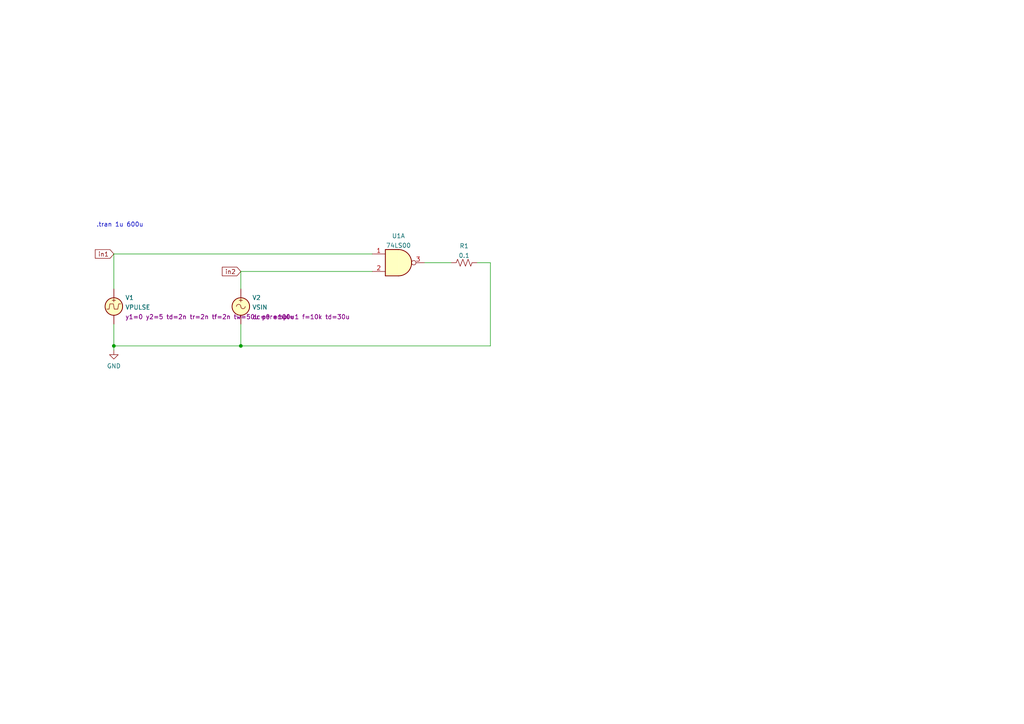
<source format=kicad_sch>
(kicad_sch (version 20211123) (generator eeschema)
  (paper "A4")
  (lib_symbols
    (symbol "74xx:74LS00" (pin_names (offset 1.016))
      (property "Reference" "U" (at 0 1.27 0))
      (property "Value" "74LS00" (at 0 -1.27 0))
      (symbol "74LS00_1_1"
        (arc (start 0 -3.81) (mid 3.81 0) (end 0 3.81) (stroke (width 0.254)) (fill (type background)))
        (polyline (pts (xy 0 3.81) (xy -3.81 3.81) (xy -3.81 -3.81) (xy 0 -3.81)) (stroke (width 0.254)) (fill (type background)))
        (pin input line (at -7.62 2.54 0) (length 3.81) (name "~") (number "1"))
        (pin input line (at -7.62 -2.54 0) (length 3.81) (name "~") (number "2"))
        (pin output inverted (at 7.62 0 180) (length 3.81) (name "~") (number "3"))
      )
      (symbol "74LS00_1_2"
        (arc (start -3.81 -3.81) (mid -2.589 0) (end -3.81 3.81) (stroke (width 0.254)))
        (arc (start -0.6096 -3.81) (mid 2.1855 -2.584) (end 3.81 0) (stroke (width 0.254)) (fill (type background)))
        (polyline (pts (xy -3.81 -3.81) (xy -0.635 -3.81)) (stroke (width 0.254)) (fill (type background)))
        (polyline (pts (xy -3.81 3.81) (xy -0.635 3.81)) (stroke (width 0.254)) (fill (type background)))
        (polyline (pts (xy -0.635 3.81) (xy -3.81 3.81) (xy -3.81 3.81) (xy -3.556 3.4036) (xy -3.0226 2.2606) (xy -2.6924 1.0414) (xy -2.6162 -0.254) (xy -2.7686 -1.4986) (xy -3.175 -2.7178) (xy -3.81 -3.81) (xy -3.81 -3.81) (xy -0.635 -3.81)) (stroke (width -25.4)) (fill (type background)))
        (arc (start 3.81 0) (mid 2.1928 2.5925) (end -0.6096 3.81) (stroke (width 0.254)) (fill (type background)))
        (pin input inverted (at -7.62 2.54 0) (length 4.318) (name "~") (number "1"))
        (pin input inverted (at -7.62 -2.54 0) (length 4.318) (name "~") (number "2"))
        (pin output line (at 7.62 0 180) (length 3.81) (name "~") (number "3"))
      )
      (symbol "74LS00_2_1"
        (arc (start 0 -3.81) (mid 3.81 0) (end 0 3.81) (stroke (width 0.254)) (fill (type background)))
        (polyline (pts (xy 0 3.81) (xy -3.81 3.81) (xy -3.81 -3.81) (xy 0 -3.81)) (stroke (width 0.254)) (fill (type background)))
        (pin input line (at -7.62 2.54 0) (length 3.81) (name "~") (number "4"))
        (pin input line (at -7.62 -2.54 0) (length 3.81) (name "~") (number "5"))
        (pin output inverted (at 7.62 0 180) (length 3.81) (name "~") (number "6"))
      )
      (symbol "74LS00_2_2"
        (arc (start -3.81 -3.81) (mid -2.589 0) (end -3.81 3.81) (stroke (width 0.254)))
        (arc (start -0.6096 -3.81) (mid 2.1855 -2.584) (end 3.81 0) (stroke (width 0.254)) (fill (type background)))
        (polyline (pts (xy -3.81 -3.81) (xy -0.635 -3.81)) (stroke (width 0.254)) (fill (type background)))
        (polyline (pts (xy -3.81 3.81) (xy -0.635 3.81)) (stroke (width 0.254)) (fill (type background)))
        (polyline (pts (xy -0.635 3.81) (xy -3.81 3.81) (xy -3.81 3.81) (xy -3.556 3.4036) (xy -3.0226 2.2606) (xy -2.6924 1.0414) (xy -2.6162 -0.254) (xy -2.7686 -1.4986) (xy -3.175 -2.7178) (xy -3.81 -3.81) (xy -3.81 -3.81) (xy -0.635 -3.81)) (stroke (width -25.4)) (fill (type background)))
        (arc (start 3.81 0) (mid 2.1928 2.5925) (end -0.6096 3.81) (stroke (width 0.254)) (fill (type background)))
        (pin input inverted (at -7.62 2.54 0) (length 4.318) (name "~") (number "4"))
        (pin input inverted (at -7.62 -2.54 0) (length 4.318) (name "~") (number "5"))
        (pin output line (at 7.62 0 180) (length 3.81) (name "~") (number "6"))
      )
      (symbol "74LS00_3_1"
        (arc (start 0 -3.81) (mid 3.81 0) (end 0 3.81) (stroke (width 0.254)) (fill (type background)))
        (polyline (pts (xy 0 3.81) (xy -3.81 3.81) (xy -3.81 -3.81) (xy 0 -3.81)) (stroke (width 0.254)) (fill (type background)))
        (pin input line (at -7.62 -2.54 0) (length 3.81) (name "~") (number "10"))
        (pin output inverted (at 7.62 0 180) (length 3.81) (name "~") (number "8"))
        (pin input line (at -7.62 2.54 0) (length 3.81) (name "~") (number "9"))
      )
      (symbol "74LS00_3_2"
        (arc (start -3.81 -3.81) (mid -2.589 0) (end -3.81 3.81) (stroke (width 0.254)))
        (arc (start -0.6096 -3.81) (mid 2.1855 -2.584) (end 3.81 0) (stroke (width 0.254)) (fill (type background)))
        (polyline (pts (xy -3.81 -3.81) (xy -0.635 -3.81)) (stroke (width 0.254)) (fill (type background)))
        (polyline (pts (xy -3.81 3.81) (xy -0.635 3.81)) (stroke (width 0.254)) (fill (type background)))
        (polyline (pts (xy -0.635 3.81) (xy -3.81 3.81) (xy -3.81 3.81) (xy -3.556 3.4036) (xy -3.0226 2.2606) (xy -2.6924 1.0414) (xy -2.6162 -0.254) (xy -2.7686 -1.4986) (xy -3.175 -2.7178) (xy -3.81 -3.81) (xy -3.81 -3.81) (xy -0.635 -3.81)) (stroke (width -25.4)) (fill (type background)))
        (arc (start 3.81 0) (mid 2.1928 2.5925) (end -0.6096 3.81) (stroke (width 0.254)) (fill (type background)))
        (pin input inverted (at -7.62 -2.54 0) (length 4.318) (name "~") (number "10"))
        (pin output line (at 7.62 0 180) (length 3.81) (name "~") (number "8"))
        (pin input inverted (at -7.62 2.54 0) (length 4.318) (name "~") (number "9"))
      )
      (symbol "74LS00_4_1"
        (arc (start 0 -3.81) (mid 3.81 0) (end 0 3.81) (stroke (width 0.254)) (fill (type background)))
        (polyline (pts (xy 0 3.81) (xy -3.81 3.81) (xy -3.81 -3.81) (xy 0 -3.81)) (stroke (width 0.254)) (fill (type background)))
        (pin output inverted (at 7.62 0 180) (length 3.81) (name "~") (number "11"))
        (pin input line (at -7.62 2.54 0) (length 3.81) (name "~") (number "12"))
        (pin input line (at -7.62 -2.54 0) (length 3.81) (name "~") (number "13"))
      )
      (symbol "74LS00_4_2"
        (arc (start -3.81 -3.81) (mid -2.589 0) (end -3.81 3.81) (stroke (width 0.254)))
        (arc (start -0.6096 -3.81) (mid 2.1855 -2.584) (end 3.81 0) (stroke (width 0.254)) (fill (type background)))
        (polyline (pts (xy -3.81 -3.81) (xy -0.635 -3.81)) (stroke (width 0.254)) (fill (type background)))
        (polyline (pts (xy -3.81 3.81) (xy -0.635 3.81)) (stroke (width 0.254)) (fill (type background)))
        (polyline (pts (xy -0.635 3.81) (xy -3.81 3.81) (xy -3.81 3.81) (xy -3.556 3.4036) (xy -3.0226 2.2606) (xy -2.6924 1.0414) (xy -2.6162 -0.254) (xy -2.7686 -1.4986) (xy -3.175 -2.7178) (xy -3.81 -3.81) (xy -3.81 -3.81) (xy -0.635 -3.81)) (stroke (width -25.4)) (fill (type background)))
        (arc (start 3.81 0) (mid 2.1928 2.5925) (end -0.6096 3.81) (stroke (width 0.254)) (fill (type background)))
        (pin output line (at 7.62 0 180) (length 3.81) (name "~") (number "11"))
        (pin input inverted (at -7.62 2.54 0) (length 4.318) (name "~") (number "12"))
        (pin input inverted (at -7.62 -2.54 0) (length 4.318) (name "~") (number "13"))
      )
      (symbol "74LS00_5_0"
        (pin power_in line (at 0 12.7 270) (length 5.08) (name "VCC") (number "14"))
        (pin power_in line (at 0 -12.7 90) (length 5.08) (name "GND") (number "7"))
      )
      (symbol "74LS00_5_1"
        (rectangle (start -5.08 7.62) (end 5.08 -7.62) (stroke (width 0.254)) (fill (type background)))
      )
    )
    (symbol "Device:R_US" (pin_numbers hide) (pin_names (offset 0))
      (property "Reference" "R" (at 2.54 0 90))
      (property "Value" "R_US" (at -2.54 0 90))
      (symbol "R_US_0_1"
        (polyline (pts (xy 0 -2.286) (xy 0 -2.54)))
        (polyline (pts (xy 0 2.286) (xy 0 2.54)))
        (polyline (pts (xy 0 -0.762) (xy 1.016 -1.143) (xy 0 -1.524) (xy -1.016 -1.905) (xy 0 -2.286)))
        (polyline (pts (xy 0 0.762) (xy 1.016 0.381) (xy 0 0) (xy -1.016 -0.381) (xy 0 -0.762)))
        (polyline (pts (xy 0 2.286) (xy 1.016 1.905) (xy 0 1.524) (xy -1.016 1.143) (xy 0 0.762)))
      )
      (symbol "R_US_1_1"
        (pin passive line (at 0 3.81 270) (length 1.27) (name "~") (number "1"))
        (pin passive line (at 0 -3.81 90) (length 1.27) (name "~") (number "2"))
      )
    )
    (symbol "Simulation_SPICE:VPULSE" (pin_numbers hide) (pin_names (offset 0.0254))
      (property "Reference" "V" (at 2.54 2.54 0))
      (property "Value" "VPULSE" (at 2.54 0 0))
      (property "Spice_Model" "pulse(0 1 2n 2n 2n 50n 100n)" (at 2.54 -2.54 0))
      (symbol "VPULSE_0_0"
        (polyline (pts (xy -2.032 -0.762) (xy -1.397 -0.762) (xy -1.143 0.762) (xy -0.127 0.762) (xy 0.127 -0.762) (xy 1.143 -0.762) (xy 1.397 0.762) (xy 2.032 0.762)))
        (text "+" (at 0 1.905 0) (effects (font (size 1.27 1.27))))
      )
      (symbol "VPULSE_0_1"
        (circle (center 0 0) (radius 2.54) (stroke (width 0.254)) (fill (type background)))
      )
      (symbol "VPULSE_1_1"
        (pin passive line (at 0 5.08 270) (length 2.54) (name "~") (number "1"))
        (pin passive line (at 0 -5.08 90) (length 2.54) (name "~") (number "2"))
      )
    )
    (symbol "Simulation_SPICE:VSIN" (pin_numbers hide) (pin_names (offset 0.0254))
      (property "Reference" "V" (at 2.54 2.54 0))
      (property "Value" "VSIN" (at 2.54 0 0))
      (property "Spice_Model" "sin(0 1 1k)" (at 2.54 -2.54 0))
      (symbol "VSIN_0_0"
        (arc (start 0 0) (mid -0.635 0.635) (end -1.27 0))
        (arc (start 0 0) (mid 0.635 -0.635) (end 1.27 0))
        (text "+" (at 0 1.905 0) (effects (font (size 1.27 1.27))))
      )
      (symbol "VSIN_0_1"
        (circle (center 0 0) (radius 2.54) (stroke (width 0.254)) (fill (type background)))
      )
      (symbol "VSIN_1_1"
        (pin passive line (at 0 5.08 270) (length 2.54) (name "~") (number "1"))
        (pin passive line (at 0 -5.08 90) (length 2.54) (name "~") (number "2"))
      )
    )
    (symbol "power:GND" (power) (pin_names (offset 0))
      (property "Value" "GND" (at 0 -3.81 0))
      (symbol "GND_0_1"
        (polyline (pts (xy 0 0) (xy 0 -1.27) (xy 1.27 -1.27) (xy 0 -2.54) (xy -1.27 -1.27) (xy 0 -1.27)))
      )
      (symbol "GND_1_1"
        (pin power_in line (at 0 0 270) (length 0) hide (name "GND") (number "1"))
      )
    )
  )
  (junction (at 33.02 100.33))
  (junction (at 69.85 100.33))
  (wire (pts (xy 138.43 76.2) (xy 142.24 76.2)))
  (wire (pts (xy 142.24 100.33) (xy 69.85 100.33)))
  (wire (pts (xy 33.02 73.66) (xy 107.95 73.66)))
  (wire (pts (xy 33.02 100.33) (xy 69.85 100.33)))
  (wire (pts (xy 107.95 78.74) (xy 69.85 78.74)))
  (wire (pts (xy 123.19 76.2) (xy 130.81 76.2)))
  (wire (pts (xy 33.02 93.98) (xy 33.02 100.33)))
  (wire (pts (xy 69.85 100.33) (xy 69.85 93.98)))
  (wire (pts (xy 33.02 83.82) (xy 33.02 73.66)))
  (wire (pts (xy 33.02 100.33) (xy 33.02 101.6)))
  (wire (pts (xy 69.85 78.74) (xy 69.85 83.82)))
  (wire (pts (xy 142.24 76.2) (xy 142.24 100.33)))
  (text ".tran 1u 600u " (at 27.94 66.04 0) (effects (font (size 1.27 1.27)) (justify left bottom)))
  (global_label "in2" (shape input) (at 69.85 78.74 180) (property "Intersheet References" "${INTERSHEET_REFS}" (effects hide)))
  (global_label "in1" (shape input) (at 33.02 73.66 180) (property "Intersheet References" "${INTERSHEET_REFS}" (effects hide)))
  (symbol (lib_id "power:GND") (at 33.02 101.6 0) (unit 1)
    (property "Reference" "#PWR01" (effects hide))
    (property "Value" "GND" (at 33.02 106.1625 0))
  )
  (symbol (lib_id "Simulation_SPICE:VPULSE") (at 33.02 88.9 0) (unit 1)
    (property "Reference" "V1" (at 36.322 86.3546 0) (effects (justify left)))
    (property "Value" "VPULSE" (at 36.322 89.1297 0) (effects (justify left)))
    (property "Spice_Netlist_Enabled" "Y" (effects hide))
    (property "Spice_Primitive" "V" (effects hide))
    (property "Spice_Model" "pulse(0 5 2n 2n 2n 50u 100u)" (at 36.322 91.9048 0) (effects (justify left)))
  )
  (symbol (lib_id "Simulation_SPICE:VSIN") (at 69.85 88.9 0) (unit 1)
    (property "Reference" "V2" (at 73.152 86.3546 0) (effects (justify left)))
    (property "Value" "VSIN" (at 73.152 89.1297 0) (effects (justify left)))
    (property "Spice_Netlist_Enabled" "Y" (effects hide))
    (property "Spice_Primitive" "V" (effects hide))
    (property "Spice_Model" "sin(0 1 10k 30u)" (at 73.152 91.9048 0) (effects (justify left)))
  )
  (symbol (lib_id "74xx:74LS00") (at 115.57 76.2 0) (unit 1)
    (property "Reference" "U1" (at 115.57 68.4235 0))
    (property "Value" "74LS00" (at 115.57 71.1986 0))
    (property "Datasheet" "http://www.ti.com/lit/gpn/sn74ls00" (effects hide))
    (property "Spice_Primitive" "X" (effects hide))
    (property "Spice_Model" "74ALS00A" (effects hide))
    (property "Spice_Netlist_Enabled" "Y" (effects hide))
    (property "Spice_Lib_File" "kl.lib" (effects hide))
  )
  (symbol (lib_id "Device:R_US") (at 134.62 76.2 90) (unit 1)
    (property "Reference" "R1" (at 134.62 71.3445 90))
    (property "Value" "0.1" (at 134.62 74.1196 90))
  )
)
</source>
